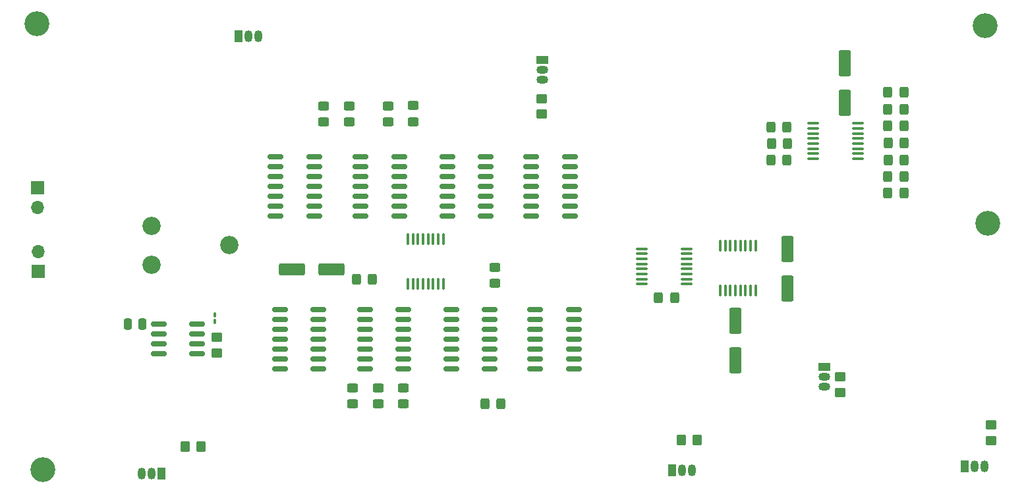
<source format=gbr>
%TF.GenerationSoftware,KiCad,Pcbnew,7.0.9*%
%TF.CreationDate,2024-02-13T17:02:04-03:00*%
%TF.ProjectId,pedido_casamento_smd,70656469-646f-45f6-9361-73616d656e74,rev?*%
%TF.SameCoordinates,Original*%
%TF.FileFunction,Soldermask,Bot*%
%TF.FilePolarity,Negative*%
%FSLAX46Y46*%
G04 Gerber Fmt 4.6, Leading zero omitted, Abs format (unit mm)*
G04 Created by KiCad (PCBNEW 7.0.9) date 2024-02-13 17:02:04*
%MOMM*%
%LPD*%
G01*
G04 APERTURE LIST*
G04 Aperture macros list*
%AMRoundRect*
0 Rectangle with rounded corners*
0 $1 Rounding radius*
0 $2 $3 $4 $5 $6 $7 $8 $9 X,Y pos of 4 corners*
0 Add a 4 corners polygon primitive as box body*
4,1,4,$2,$3,$4,$5,$6,$7,$8,$9,$2,$3,0*
0 Add four circle primitives for the rounded corners*
1,1,$1+$1,$2,$3*
1,1,$1+$1,$4,$5*
1,1,$1+$1,$6,$7*
1,1,$1+$1,$8,$9*
0 Add four rect primitives between the rounded corners*
20,1,$1+$1,$2,$3,$4,$5,0*
20,1,$1+$1,$4,$5,$6,$7,0*
20,1,$1+$1,$6,$7,$8,$9,0*
20,1,$1+$1,$8,$9,$2,$3,0*%
G04 Aperture macros list end*
%ADD10C,3.200000*%
%ADD11R,1.050000X1.500000*%
%ADD12O,1.050000X1.500000*%
%ADD13R,1.700000X1.700000*%
%ADD14O,1.700000X1.700000*%
%ADD15C,2.340000*%
%ADD16R,1.500000X1.050000*%
%ADD17O,1.500000X1.050000*%
%ADD18RoundRect,0.150000X0.825000X0.150000X-0.825000X0.150000X-0.825000X-0.150000X0.825000X-0.150000X0*%
%ADD19RoundRect,0.100000X0.100000X-0.637500X0.100000X0.637500X-0.100000X0.637500X-0.100000X-0.637500X0*%
%ADD20RoundRect,0.150000X-0.825000X-0.150000X0.825000X-0.150000X0.825000X0.150000X-0.825000X0.150000X0*%
%ADD21RoundRect,0.250000X0.450000X-0.350000X0.450000X0.350000X-0.450000X0.350000X-0.450000X-0.350000X0*%
%ADD22RoundRect,0.250000X0.325000X0.450000X-0.325000X0.450000X-0.325000X-0.450000X0.325000X-0.450000X0*%
%ADD23RoundRect,0.250000X-0.325000X-0.450000X0.325000X-0.450000X0.325000X0.450000X-0.325000X0.450000X0*%
%ADD24RoundRect,0.100000X-0.637500X-0.100000X0.637500X-0.100000X0.637500X0.100000X-0.637500X0.100000X0*%
%ADD25RoundRect,0.250000X-0.450000X0.325000X-0.450000X-0.325000X0.450000X-0.325000X0.450000X0.325000X0*%
%ADD26RoundRect,0.250000X0.550000X-1.412500X0.550000X1.412500X-0.550000X1.412500X-0.550000X-1.412500X0*%
%ADD27RoundRect,0.100000X-0.100000X0.637500X-0.100000X-0.637500X0.100000X-0.637500X0.100000X0.637500X0*%
%ADD28RoundRect,0.250000X-0.450000X0.350000X-0.450000X-0.350000X0.450000X-0.350000X0.450000X0.350000X0*%
%ADD29RoundRect,0.250000X0.450000X-0.325000X0.450000X0.325000X-0.450000X0.325000X-0.450000X-0.325000X0*%
%ADD30RoundRect,0.250000X0.350000X0.450000X-0.350000X0.450000X-0.350000X-0.450000X0.350000X-0.450000X0*%
%ADD31RoundRect,0.100000X0.637500X0.100000X-0.637500X0.100000X-0.637500X-0.100000X0.637500X-0.100000X0*%
%ADD32RoundRect,0.250000X0.250000X0.475000X-0.250000X0.475000X-0.250000X-0.475000X0.250000X-0.475000X0*%
%ADD33RoundRect,0.250000X-0.550000X1.412500X-0.550000X-1.412500X0.550000X-1.412500X0.550000X1.412500X0*%
%ADD34RoundRect,0.250000X1.412500X0.550000X-1.412500X0.550000X-1.412500X-0.550000X1.412500X-0.550000X0*%
%ADD35RoundRect,0.100000X0.100000X-0.217500X0.100000X0.217500X-0.100000X0.217500X-0.100000X-0.217500X0*%
G04 APERTURE END LIST*
D10*
%TO.C,REF\u002A\u002A*%
X226700000Y-99950000D03*
%TD*%
%TO.C,REF\u002A\u002A*%
X227050000Y-125300000D03*
%TD*%
%TO.C,REF\u002A\u002A*%
X104900000Y-99700000D03*
%TD*%
D11*
%TO.C,Q1*%
X130780000Y-101310000D03*
D12*
X132050000Y-101310000D03*
X133320000Y-101310000D03*
%TD*%
D13*
%TO.C,J2*%
X105105200Y-131470400D03*
D14*
X105105200Y-128930400D03*
%TD*%
D13*
%TO.C,J1*%
X105029000Y-120726200D03*
D14*
X105029000Y-123266200D03*
%TD*%
D15*
%TO.C,RV1*%
X119663200Y-130618000D03*
X129663200Y-128118000D03*
X119663200Y-125618000D03*
%TD*%
D11*
%TO.C,Q6*%
X224100000Y-156550000D03*
D12*
X225370000Y-156550000D03*
X226640000Y-156550000D03*
%TD*%
D10*
%TO.C,REF\u002A\u002A*%
X105650000Y-157000000D03*
%TD*%
D11*
%TO.C,Q4*%
X186500000Y-157050000D03*
D12*
X187770000Y-157050000D03*
X189040000Y-157050000D03*
%TD*%
D16*
%TO.C,Q5*%
X206050000Y-143810000D03*
D17*
X206050000Y-145080000D03*
X206050000Y-146350000D03*
%TD*%
D18*
%TO.C,U8*%
X141082800Y-136377499D03*
X141082800Y-137647499D03*
X141082800Y-138917499D03*
X141082800Y-140187499D03*
X141082800Y-141457499D03*
X141082800Y-142727499D03*
X141082800Y-143997499D03*
X136132800Y-143997499D03*
X136132800Y-142727499D03*
X136132800Y-141457499D03*
X136132800Y-140187499D03*
X136132800Y-138917499D03*
X136132800Y-137647499D03*
X136132800Y-136377499D03*
%TD*%
D19*
%TO.C,U5*%
X197250000Y-133925000D03*
X196600000Y-133925000D03*
X195950000Y-133925000D03*
X195300000Y-133925000D03*
X194650000Y-133925000D03*
X194000000Y-133925000D03*
X193350000Y-133925000D03*
X192700000Y-133925000D03*
X192700000Y-128200000D03*
X193350000Y-128200000D03*
X194000000Y-128200000D03*
X194650000Y-128200000D03*
X195300000Y-128200000D03*
X195950000Y-128200000D03*
X196600000Y-128200000D03*
X197250000Y-128200000D03*
%TD*%
D18*
%TO.C,U6*%
X162571200Y-116789200D03*
X162571200Y-118059200D03*
X162571200Y-119329200D03*
X162571200Y-120599200D03*
X162571200Y-121869200D03*
X162571200Y-123139200D03*
X162571200Y-124409200D03*
X157621200Y-124409200D03*
X157621200Y-123139200D03*
X157621200Y-121869200D03*
X157621200Y-120599200D03*
X157621200Y-119329200D03*
X157621200Y-118059200D03*
X157621200Y-116789200D03*
%TD*%
D20*
%TO.C,U9*%
X168949600Y-143997499D03*
X168949600Y-142727499D03*
X168949600Y-141457499D03*
X168949600Y-140187499D03*
X168949600Y-138917499D03*
X168949600Y-137647499D03*
X168949600Y-136377499D03*
X173899600Y-136377499D03*
X173899600Y-137647499D03*
X173899600Y-138917499D03*
X173899600Y-140187499D03*
X173899600Y-141457499D03*
X173899600Y-142727499D03*
X173899600Y-143997499D03*
%TD*%
D21*
%TO.C,R1*%
X128000000Y-142000000D03*
X128000000Y-140000000D03*
%TD*%
D22*
%TO.C,D13*%
X216300000Y-110650000D03*
X214250000Y-110650000D03*
%TD*%
D21*
%TO.C,R4*%
X169800000Y-111300000D03*
X169800000Y-109300000D03*
%TD*%
D20*
%TO.C,U11*%
X146496000Y-124409200D03*
X146496000Y-123139200D03*
X146496000Y-121869200D03*
X146496000Y-120599200D03*
X146496000Y-119329200D03*
X146496000Y-118059200D03*
X146496000Y-116789200D03*
X151446000Y-116789200D03*
X151446000Y-118059200D03*
X151446000Y-119329200D03*
X151446000Y-120599200D03*
X151446000Y-121869200D03*
X151446000Y-123139200D03*
X151446000Y-124409200D03*
%TD*%
D16*
%TO.C,Q2*%
X169850000Y-104350000D03*
D17*
X169850000Y-105620000D03*
X169850000Y-106890000D03*
%TD*%
D18*
%TO.C,U7*%
X140524000Y-116789200D03*
X140524000Y-118059200D03*
X140524000Y-119329200D03*
X140524000Y-120599200D03*
X140524000Y-121869200D03*
X140524000Y-123139200D03*
X140524000Y-124409200D03*
X135574000Y-124409200D03*
X135574000Y-123139200D03*
X135574000Y-121869200D03*
X135574000Y-120599200D03*
X135574000Y-119329200D03*
X135574000Y-118059200D03*
X135574000Y-116789200D03*
%TD*%
D23*
%TO.C,D18*%
X199275000Y-115050000D03*
X201325000Y-115050000D03*
%TD*%
D24*
%TO.C,U4*%
X182662500Y-133131250D03*
X182662500Y-132481250D03*
X182662500Y-131831250D03*
X182662500Y-131181250D03*
X182662500Y-130531250D03*
X182662500Y-129881250D03*
X182662500Y-129231250D03*
X182662500Y-128581250D03*
X188387500Y-128581250D03*
X188387500Y-129231250D03*
X188387500Y-129881250D03*
X188387500Y-130531250D03*
X188387500Y-131181250D03*
X188387500Y-131831250D03*
X188387500Y-132481250D03*
X188387500Y-133131250D03*
%TD*%
D25*
%TO.C,D35*%
X145000000Y-110225000D03*
X145000000Y-112275000D03*
%TD*%
%TO.C,D42*%
X153250000Y-110200000D03*
X153250000Y-112250000D03*
%TD*%
D22*
%TO.C,D27*%
X216300000Y-108450000D03*
X214250000Y-108450000D03*
%TD*%
D20*
%TO.C,U13*%
X158129200Y-143997499D03*
X158129200Y-142727499D03*
X158129200Y-141457499D03*
X158129200Y-140187499D03*
X158129200Y-138917499D03*
X158129200Y-137647499D03*
X158129200Y-136377499D03*
X163079200Y-136377499D03*
X163079200Y-137647499D03*
X163079200Y-138917499D03*
X163079200Y-140187499D03*
X163079200Y-141457499D03*
X163079200Y-142727499D03*
X163079200Y-143997499D03*
%TD*%
D25*
%TO.C,D40*%
X150000000Y-110225000D03*
X150000000Y-112275000D03*
%TD*%
D26*
%TO.C,C3*%
X208750000Y-109787500D03*
X208750000Y-104712500D03*
%TD*%
D23*
%TO.C,D30*%
X199225000Y-117150000D03*
X201275000Y-117150000D03*
%TD*%
D18*
%TO.C,U12*%
X151990600Y-136377499D03*
X151990600Y-137647499D03*
X151990600Y-138917499D03*
X151990600Y-140187499D03*
X151990600Y-141457499D03*
X151990600Y-142727499D03*
X151990600Y-143997499D03*
X147040600Y-143997499D03*
X147040600Y-142727499D03*
X147040600Y-141457499D03*
X147040600Y-140187499D03*
X147040600Y-138917499D03*
X147040600Y-137647499D03*
X147040600Y-136377499D03*
%TD*%
D25*
%TO.C,D41*%
X141750000Y-110225000D03*
X141750000Y-112275000D03*
%TD*%
D22*
%TO.C,D29*%
X216300000Y-119300000D03*
X214250000Y-119300000D03*
%TD*%
%TO.C,D11*%
X216300000Y-112800000D03*
X214250000Y-112800000D03*
%TD*%
D27*
%TO.C,U3*%
X152563400Y-127337900D03*
X153213400Y-127337900D03*
X153863400Y-127337900D03*
X154513400Y-127337900D03*
X155163400Y-127337900D03*
X155813400Y-127337900D03*
X156463400Y-127337900D03*
X157113400Y-127337900D03*
X157113400Y-133062900D03*
X156463400Y-133062900D03*
X155813400Y-133062900D03*
X155163400Y-133062900D03*
X154513400Y-133062900D03*
X153863400Y-133062900D03*
X153213400Y-133062900D03*
X152563400Y-133062900D03*
%TD*%
D28*
%TO.C,R13*%
X227500000Y-151250000D03*
X227500000Y-153250000D03*
%TD*%
D23*
%TO.C,D58*%
X145975000Y-132500000D03*
X148025000Y-132500000D03*
%TD*%
D29*
%TO.C,D57*%
X145500000Y-148550000D03*
X145500000Y-146500000D03*
%TD*%
D30*
%TO.C,R6*%
X125950000Y-154000000D03*
X123950000Y-154000000D03*
%TD*%
D31*
%TO.C,U2*%
X210362500Y-112475000D03*
X210362500Y-113125000D03*
X210362500Y-113775000D03*
X210362500Y-114425000D03*
X210362500Y-115075000D03*
X210362500Y-115725000D03*
X210362500Y-116375000D03*
X210362500Y-117025000D03*
X204637500Y-117025000D03*
X204637500Y-116375000D03*
X204637500Y-115725000D03*
X204637500Y-115075000D03*
X204637500Y-114425000D03*
X204637500Y-113775000D03*
X204637500Y-113125000D03*
X204637500Y-112475000D03*
%TD*%
D22*
%TO.C,D60*%
X164525000Y-148500000D03*
X162475000Y-148500000D03*
%TD*%
%TO.C,D15*%
X216300000Y-121450000D03*
X214250000Y-121450000D03*
%TD*%
D30*
%TO.C,R8*%
X189750000Y-153200000D03*
X187750000Y-153200000D03*
%TD*%
D11*
%TO.C,Q3*%
X120950000Y-157500000D03*
D12*
X119680000Y-157500000D03*
X118410000Y-157500000D03*
%TD*%
D32*
%TO.C,C1*%
X118450000Y-138250000D03*
X116550000Y-138250000D03*
%TD*%
D29*
%TO.C,D45*%
X152000000Y-148550000D03*
X152000000Y-146500000D03*
%TD*%
D33*
%TO.C,C5*%
X194650000Y-137862500D03*
X194650000Y-142937500D03*
%TD*%
D20*
%TO.C,U10*%
X168441600Y-124409200D03*
X168441600Y-123139200D03*
X168441600Y-121869200D03*
X168441600Y-120599200D03*
X168441600Y-119329200D03*
X168441600Y-118059200D03*
X168441600Y-116789200D03*
X173391600Y-116789200D03*
X173391600Y-118059200D03*
X173391600Y-119329200D03*
X173391600Y-120599200D03*
X173391600Y-121869200D03*
X173391600Y-123139200D03*
X173391600Y-124409200D03*
%TD*%
D33*
%TO.C,C6*%
X201350000Y-128625000D03*
X201350000Y-133700000D03*
%TD*%
D21*
%TO.C,R11*%
X208150000Y-147050000D03*
X208150000Y-145050000D03*
%TD*%
D23*
%TO.C,D2*%
X184775000Y-134850000D03*
X186825000Y-134850000D03*
%TD*%
D22*
%TO.C,D28*%
X216325000Y-117150000D03*
X214275000Y-117150000D03*
%TD*%
%TO.C,D14*%
X216325000Y-115000000D03*
X214275000Y-115000000D03*
%TD*%
D34*
%TO.C,C4*%
X142787500Y-131200000D03*
X137712500Y-131200000D03*
%TD*%
D29*
%TO.C,D56*%
X148750000Y-148525000D03*
X148750000Y-146475000D03*
%TD*%
D25*
%TO.C,D59*%
X163750000Y-130975000D03*
X163750000Y-133025000D03*
%TD*%
D20*
%TO.C,U1*%
X120550000Y-142040000D03*
X120550000Y-140770000D03*
X120550000Y-139500000D03*
X120550000Y-138230000D03*
X125500000Y-138230000D03*
X125500000Y-139500000D03*
X125500000Y-140770000D03*
X125500000Y-142040000D03*
%TD*%
D23*
%TO.C,D12*%
X199225000Y-112950000D03*
X201275000Y-112950000D03*
%TD*%
D35*
%TO.C,C2*%
X127750000Y-137907500D03*
X127750000Y-137092500D03*
%TD*%
M02*

</source>
